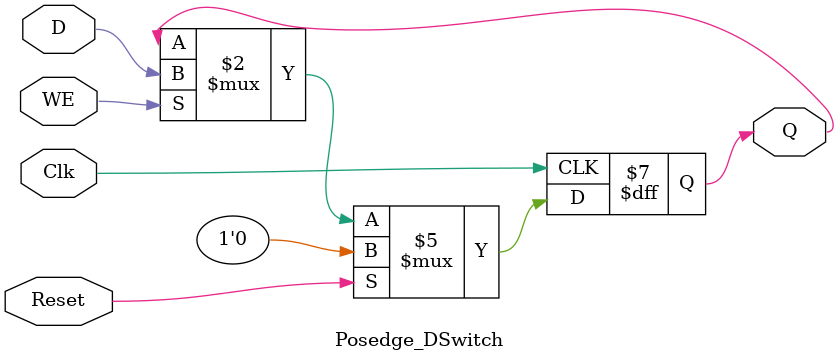
<source format=v>
module Posedge_DSwitch (Clk,Reset,D,WE,Q);
//init 
	input Clk; //Clock
	input Reset; //resets no matter state of D
	input D;  //Data input 
	input WE; //Write Enable 
	
	output Q; //state of the switch

//Behavioral Verilog
	reg Q;

	always @(posedge Clk) begin
		if (Reset)
			Q <= 0;
		else if (WE)
			Q <= D;
	end

endmodule
</source>
